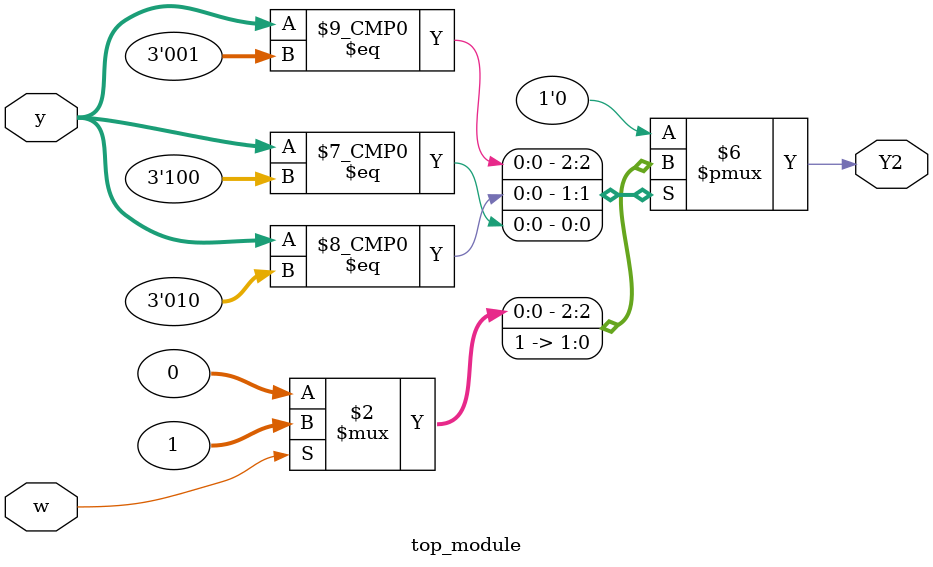
<source format=sv>
module top_module(
    input [3:1] y,
    input w,
    output reg Y2);

    always @(*) begin
        case(y)
            3'b000: Y2 = 0; // A
            3'b001: Y2 = w ? 1 : 0; // B
            3'b010: Y2 = w ? 1 : 1; // C
            3'b011: Y2 = 0; // D
            3'b100: Y2 = 1; // E
            3'b101: Y2 = 0; // F
            default: Y2 = 0;
        endcase
    end
    
endmodule

</source>
